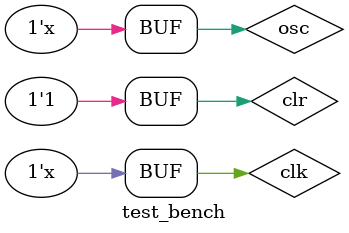
<source format=v>
module half_adder (A,B,Sum,Carry);
	input A,B; 
	output Sum, Carry; 

	assign Sum = A ^ B; 
	assign Carry = A & B; 
endmodule


module two_one_Selector (A,B,Sel,O);
	input A,B,Sel; 
  output O;
  
  assign O = (~Sel & A) | (Sel & B);

/*
	output reg O; 
	always @(A, B, Sel)
		case (Sel) 
			0: O <= A;
			1: O <= B;
			default: O<=A;
	endcase
*/

/*
	output reg O; 
	always @(A, B, Sel)
		if (Sel == 1'b0)
			O <= A;
		else
			O <= B;	
*/		
endmodule


module comparator5 (I,O);
input [2:0] I; 
/*
output reg O; 

	always @(I)
		if (I < 3'd5)
			O <= 1'b0 ;
		else
			O <= 1'b1;	
*/
  output O; 
	assign O = (I[2]&I[1]) | (I[2]&I[0]); 

endmodule



module full_adder (A,B,Cin,Sum, Cout);
	input A,B,Cin; 
	output Sum, Cout; 

	assign Sum = (A & B & Cin) | (~A & ~B & Cin) | (~A & B & ~Cin) | (A & ~B & ~Cin); 
	assign Cout = (A & Cin) | (A & B) | (B & Cin);	

endmodule



module four_bit_adder (A,B,Cin,Sum, Cout);
	input [3:0] A;
	input [3:0] B;
	input Cin; 
	output [3:0] Sum;
	output Cout; 

	wire C0, C1, C2;

	full_adder FA1(A[0], B[0], Cin, Sum[0], C0);
	full_adder FA2(A[1], B[1], C0, Sum[1], C1);
	full_adder FA3(A[2], B[2], C1, Sum[2], C2);
	full_adder FA4(A[3], B[3], C2, Sum[3], Cout);

endmodule


module MIPSALU (ALUctl, A, B, ALUOut, Zero);
input [3:0] ALUctl;
input [31:0] A,B;
output reg [31:0] ALUOut;
output Zero;
assign Zero = (ALUOut==0); //Zero is true if ALUOut is 0; goes anywhere
always @(ALUctl, A, B) //reevaluate if these change
case (ALUctl)
0: ALUOut <= A & B;
1: ALUOut <= A | B;
2: ALUOut <= A + B;
6: ALUOut <= A - B;
7: ALUOut <= A < B ? 1:0;
12: ALUOut <= ~(A | B); // result is nor
default: ALUOut <= 0; //default to 0, should not happen;
endcase
endmodule


module downcounter (clr, clk, OC);
	input clr, clk; 
	output reg [2:0] OC; 

	initial begin
		OC = 0;
	end

	always @(posedge clk) begin
		if (clr == 0)
			OC = 0;
		else 
			OC = OC - 1;
	end

endmodule


module counter (clr, clk, OC);
	input clr, clk; 
	output reg [2:0] OC; 

	initial begin
		OC = 0;
	end

	always @(posedge clk) begin
		if (clr == 0)
			OC = 0;
		else 
			OC = OC + 1;
	end

endmodule


module counter4bit (clr, clk, OC);
	input clr, clk; 
	output reg [3:0] OC; 

	initial begin
		OC = 0;
	end

	always @(posedge clk) begin
		if (clr == 0)
			OC = 0;
		else 
			OC = OC + 1;
	end

endmodule


module test_bench ();

reg osc;

initial begin
osc = 0;
end

always begin
#10 osc = ~osc;
end

wire clr, clk;
assign clr=1;
assign clk=osc; 

/*
wire A,B,S,C;
assign A=0;
assign B=1;
half_adder A1(A, B, S, C);
*/

/*
wire A,B,Sel,O;
assign A=1;
assign B=0;
assign Sel=osc;
two_one_Selector S1(A,B,Sel,O);
*/

/*
wire [2:0] counterO;
wire FASum, FACout;
full_adder FA1(counterO[2], counterO[1], counterO[0], FASum, FACout);
counter C1(clr, clk, counterO);
*/

/*
wire CMCout;
comparator5 CM1(counterO, CMCout);
*/


wire [3:0] c4bitO0;
wire [3:0] AdderSum;
wire AdderCout;
counter4bit C4bit0(clr, clk, c4bitO0);
four_bit_adder Adder(c4bitO0, 4'b1010, 1'b0, AdderSum, AdderCout);


/*
wire [3:0] ALUctl;
wire [31:0] ALUA, ALUB;
wire [31:0] ALUOut;
wire ALUZero;

assign ALUA = 32'd12;
assign ALUB = 32'd25;
counter4bit C4bitALUctl(clr, clk, ALUctl);

MIPSALU ALU(ALUctl, ALUA, ALUB,ALUOut,ALUZero);
*/


endmodule
</source>
